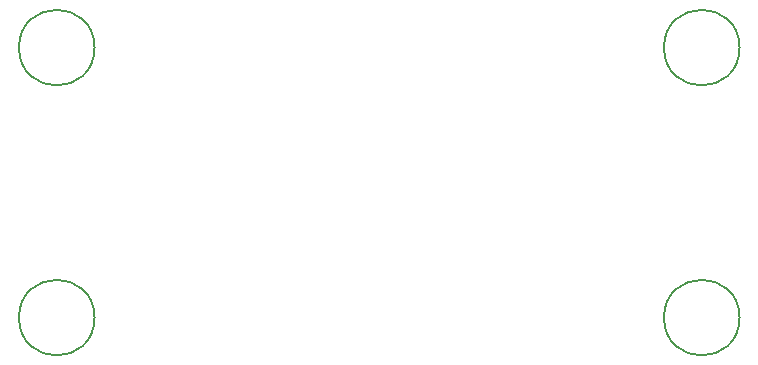
<source format=gbr>
G04 #@! TF.GenerationSoftware,KiCad,Pcbnew,6.0.9-8da3e8f707~116~ubuntu20.04.1*
G04 #@! TF.CreationDate,2023-04-19T17:26:23+00:00*
G04 #@! TF.ProjectId,LEC022102,4c454330-3232-4313-9032-2e6b69636164,rev?*
G04 #@! TF.SameCoordinates,Original*
G04 #@! TF.FileFunction,Other,Comment*
%FSLAX46Y46*%
G04 Gerber Fmt 4.6, Leading zero omitted, Abs format (unit mm)*
G04 Created by KiCad (PCBNEW 6.0.9-8da3e8f707~116~ubuntu20.04.1) date 2023-04-19 17:26:23*
%MOMM*%
%LPD*%
G01*
G04 APERTURE LIST*
%ADD10C,0.150000*%
G04 APERTURE END LIST*
D10*
G04 #@! TO.C,H1*
X147980000Y-71120000D02*
G75*
G03*
X147980000Y-71120000I-3200000J0D01*
G01*
G04 #@! TO.C,H2*
X93370000Y-93980000D02*
G75*
G03*
X93370000Y-93980000I-3200000J0D01*
G01*
G04 #@! TO.C,H3*
X147980000Y-93980000D02*
G75*
G03*
X147980000Y-93980000I-3200000J0D01*
G01*
G04 #@! TO.C,H4*
X93370000Y-71120000D02*
G75*
G03*
X93370000Y-71120000I-3200000J0D01*
G01*
G04 #@! TD*
M02*

</source>
